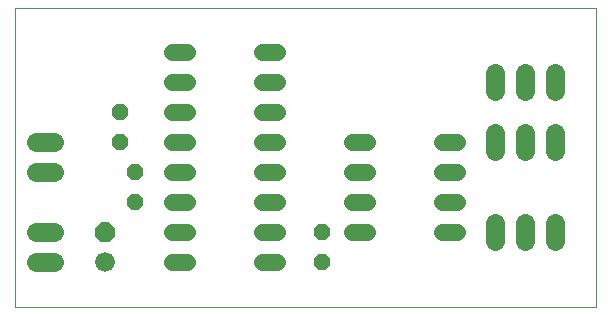
<source format=gts>
G75*
G70*
%OFA0B0*%
%FSLAX24Y24*%
%IPPOS*%
%LPD*%
%AMOC8*
5,1,8,0,0,1.08239X$1,22.5*
%
%ADD10C,0.0000*%
%ADD11C,0.0640*%
%ADD12C,0.0560*%
%ADD13OC8,0.0560*%
%ADD14OC8,0.0660*%
%ADD15C,0.0660*%
D10*
X000180Y000180D02*
X000180Y010176D01*
X019550Y010176D01*
X019550Y000180D01*
X000180Y000180D01*
D11*
X000880Y001680D02*
X001480Y001680D01*
X001480Y002680D02*
X000880Y002680D01*
X000880Y004680D02*
X001480Y004680D01*
X001480Y005680D02*
X000880Y005680D01*
X016180Y005380D02*
X016180Y005980D01*
X017180Y005980D02*
X017180Y005380D01*
X018180Y005380D02*
X018180Y005980D01*
X018180Y007380D02*
X018180Y007980D01*
X017180Y007980D02*
X017180Y007380D01*
X016180Y007380D02*
X016180Y007980D01*
X016180Y002980D02*
X016180Y002380D01*
X017180Y002380D02*
X017180Y002980D01*
X018180Y002980D02*
X018180Y002380D01*
D12*
X014940Y002680D02*
X014420Y002680D01*
X014420Y003680D02*
X014940Y003680D01*
X014940Y004680D02*
X014420Y004680D01*
X014420Y005680D02*
X014940Y005680D01*
X011940Y005680D02*
X011420Y005680D01*
X011420Y004680D02*
X011940Y004680D01*
X011940Y003680D02*
X011420Y003680D01*
X011420Y002680D02*
X011940Y002680D01*
X008940Y002680D02*
X008420Y002680D01*
X008420Y001680D02*
X008940Y001680D01*
X005940Y001680D02*
X005420Y001680D01*
X005420Y002680D02*
X005940Y002680D01*
X005940Y003680D02*
X005420Y003680D01*
X005420Y004680D02*
X005940Y004680D01*
X005940Y005680D02*
X005420Y005680D01*
X005420Y006680D02*
X005940Y006680D01*
X005940Y007680D02*
X005420Y007680D01*
X005420Y008680D02*
X005940Y008680D01*
X008420Y008680D02*
X008940Y008680D01*
X008940Y007680D02*
X008420Y007680D01*
X008420Y006680D02*
X008940Y006680D01*
X008940Y005680D02*
X008420Y005680D01*
X008420Y004680D02*
X008940Y004680D01*
X008940Y003680D02*
X008420Y003680D01*
D13*
X010430Y002680D03*
X010430Y001680D03*
X004180Y003680D03*
X004180Y004680D03*
X003680Y005680D03*
X003680Y006680D03*
D14*
X003180Y002680D03*
D15*
X003180Y001680D03*
M02*

</source>
